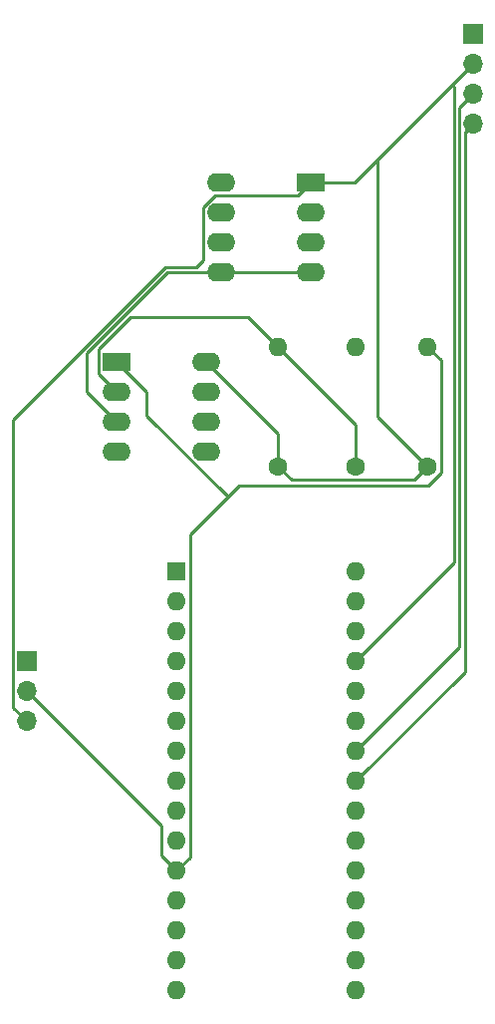
<source format=gbr>
%TF.GenerationSoftware,KiCad,Pcbnew,(6.0.0-0)*%
%TF.CreationDate,2022-10-16T11:18:23-07:00*%
%TF.ProjectId,refresh rate reader,72656672-6573-4682-9072-617465207265,rev?*%
%TF.SameCoordinates,Original*%
%TF.FileFunction,Copper,L1,Top*%
%TF.FilePolarity,Positive*%
%FSLAX46Y46*%
G04 Gerber Fmt 4.6, Leading zero omitted, Abs format (unit mm)*
G04 Created by KiCad (PCBNEW (6.0.0-0)) date 2022-10-16 11:18:23*
%MOMM*%
%LPD*%
G01*
G04 APERTURE LIST*
%TA.AperFunction,ComponentPad*%
%ADD10R,1.700000X1.700000*%
%TD*%
%TA.AperFunction,ComponentPad*%
%ADD11O,1.700000X1.700000*%
%TD*%
%TA.AperFunction,ComponentPad*%
%ADD12C,1.600000*%
%TD*%
%TA.AperFunction,ComponentPad*%
%ADD13O,1.600000X1.600000*%
%TD*%
%TA.AperFunction,ComponentPad*%
%ADD14R,2.400000X1.600000*%
%TD*%
%TA.AperFunction,ComponentPad*%
%ADD15O,2.400000X1.600000*%
%TD*%
%TA.AperFunction,ComponentPad*%
%ADD16R,1.600000X1.600000*%
%TD*%
%TA.AperFunction,Conductor*%
%ADD17C,0.250000*%
%TD*%
G04 APERTURE END LIST*
D10*
%TO.P,J1,1,Pin_1*%
%TO.N,GND*%
X164935000Y-64885000D03*
D11*
%TO.P,J1,2,Pin_2*%
%TO.N,+5V*%
X164935000Y-67425000D03*
%TO.P,J1,3,Pin_3*%
%TO.N,/SCK*%
X164935000Y-69965000D03*
%TO.P,J1,4,Pin_4*%
%TO.N,/SDA*%
X164935000Y-72505000D03*
%TD*%
D12*
%TO.P,R2,1*%
%TO.N,Net-(R1-Pad2)*%
X154940000Y-101600000D03*
D13*
%TO.P,R2,2*%
%TO.N,GND*%
X154940000Y-91440000D03*
%TD*%
D12*
%TO.P,R3,1*%
%TO.N,+5V*%
X161050000Y-101600000D03*
D13*
%TO.P,R3,2*%
%TO.N,OPT_OUT*%
X161050000Y-91440000D03*
%TD*%
D11*
%TO.P,J2,3,Pin_3*%
%TO.N,+5V*%
X127000000Y-123224169D03*
%TO.P,J2,2,Pin_2*%
%TO.N,OPT_OUT*%
X127000000Y-120684169D03*
D10*
%TO.P,J2,1,Pin_1*%
%TO.N,GND*%
X127000000Y-118144169D03*
%TD*%
D14*
%TO.P,U2,1*%
%TO.N,OPT_OUT*%
X134620000Y-92720000D03*
D15*
%TO.P,U2,2,-*%
%TO.N,Net-(R1-Pad2)*%
X134620000Y-95260000D03*
%TO.P,U2,3,+*%
%TO.N,Net-(U1-Pad4)*%
X134620000Y-97800000D03*
%TO.P,U2,4,V-*%
%TO.N,GND*%
X134620000Y-100340000D03*
%TO.P,U2,5*%
%TO.N,N/C*%
X142240000Y-100340000D03*
%TO.P,U2,6*%
X142240000Y-97800000D03*
%TO.P,U2,7*%
X142240000Y-95260000D03*
%TO.P,U2,8,V+*%
%TO.N,+5V*%
X142240000Y-92720000D03*
%TD*%
D16*
%TO.P,A1,1,D1/TX*%
%TO.N,unconnected-(A1-Pad1)*%
X139710000Y-110490000D03*
D13*
%TO.P,A1,2,D0/RX*%
%TO.N,unconnected-(A1-Pad2)*%
X139710000Y-113030000D03*
%TO.P,A1,3,~{RESET}*%
%TO.N,unconnected-(A1-Pad3)*%
X139710000Y-115570000D03*
%TO.P,A1,4,GND*%
%TO.N,GND*%
X139710000Y-118110000D03*
%TO.P,A1,5,D2*%
%TO.N,unconnected-(A1-Pad5)*%
X139710000Y-120650000D03*
%TO.P,A1,6,D3*%
%TO.N,unconnected-(A1-Pad6)*%
X139710000Y-123190000D03*
%TO.P,A1,7,D4*%
%TO.N,unconnected-(A1-Pad7)*%
X139710000Y-125730000D03*
%TO.P,A1,8,D5*%
%TO.N,unconnected-(A1-Pad8)*%
X139710000Y-128270000D03*
%TO.P,A1,9,D6*%
%TO.N,unconnected-(A1-Pad9)*%
X139710000Y-130810000D03*
%TO.P,A1,10,D7*%
%TO.N,unconnected-(A1-Pad10)*%
X139710000Y-133350000D03*
%TO.P,A1,11,D8*%
%TO.N,OPT_OUT*%
X139710000Y-135890000D03*
%TO.P,A1,12,D9*%
%TO.N,unconnected-(A1-Pad12)*%
X139710000Y-138430000D03*
%TO.P,A1,13,D10*%
%TO.N,unconnected-(A1-Pad13)*%
X139710000Y-140970000D03*
%TO.P,A1,14,D11*%
%TO.N,unconnected-(A1-Pad14)*%
X139710000Y-143510000D03*
%TO.P,A1,15,D12*%
%TO.N,unconnected-(A1-Pad15)*%
X139710000Y-146050000D03*
%TO.P,A1,16,D13*%
%TO.N,unconnected-(A1-Pad16)*%
X154950000Y-146050000D03*
%TO.P,A1,17,3V3*%
%TO.N,unconnected-(A1-Pad17)*%
X154950000Y-143510000D03*
%TO.P,A1,18,AREF*%
%TO.N,unconnected-(A1-Pad18)*%
X154950000Y-140970000D03*
%TO.P,A1,19,A0*%
%TO.N,unconnected-(A1-Pad19)*%
X154950000Y-138430000D03*
%TO.P,A1,20,A1*%
%TO.N,unconnected-(A1-Pad20)*%
X154950000Y-135890000D03*
%TO.P,A1,21,A2*%
%TO.N,unconnected-(A1-Pad21)*%
X154950000Y-133350000D03*
%TO.P,A1,22,A3*%
%TO.N,unconnected-(A1-Pad22)*%
X154950000Y-130810000D03*
%TO.P,A1,23,A4*%
%TO.N,/SDA*%
X154950000Y-128270000D03*
%TO.P,A1,24,A5*%
%TO.N,/SCK*%
X154950000Y-125730000D03*
%TO.P,A1,25,A6*%
%TO.N,unconnected-(A1-Pad25)*%
X154950000Y-123190000D03*
%TO.P,A1,26,A7*%
%TO.N,unconnected-(A1-Pad26)*%
X154950000Y-120650000D03*
%TO.P,A1,27,+5V*%
%TO.N,+5V*%
X154950000Y-118110000D03*
%TO.P,A1,28,~{RESET}*%
%TO.N,unconnected-(A1-Pad28)*%
X154950000Y-115570000D03*
%TO.P,A1,29,GND*%
%TO.N,GND*%
X154950000Y-113030000D03*
%TO.P,A1,30,VIN*%
%TO.N,unconnected-(A1-Pad30)*%
X154950000Y-110490000D03*
%TD*%
D12*
%TO.P,R1,1*%
%TO.N,+5V*%
X148350000Y-101600000D03*
D13*
%TO.P,R1,2*%
%TO.N,Net-(R1-Pad2)*%
X148350000Y-91440000D03*
%TD*%
D14*
%TO.P,U1,1,1*%
%TO.N,+5V*%
X151145000Y-77480000D03*
D15*
%TO.P,U1,2,2*%
%TO.N,unconnected-(U1-Pad2)*%
X151145000Y-80020000D03*
%TO.P,U1,3,3*%
%TO.N,GND*%
X151145000Y-82560000D03*
%TO.P,U1,4,4*%
%TO.N,Net-(U1-Pad4)*%
X151145000Y-85100000D03*
%TO.P,U1,5,5*%
X143525000Y-85100000D03*
%TO.P,U1,6*%
%TO.N,N/C*%
X143525000Y-82560000D03*
%TO.P,U1,7*%
X143525000Y-80020000D03*
%TO.P,U1,8,8*%
%TO.N,GND*%
X143525000Y-77480000D03*
%TD*%
D17*
%TO.N,OPT_OUT*%
X138430000Y-132114169D02*
X127000000Y-120684169D01*
%TO.N,+5V*%
X151145000Y-77480000D02*
X150020480Y-78604520D01*
X125825489Y-97594054D02*
X125825489Y-122049658D01*
X150020480Y-78604520D02*
X142950169Y-78604520D01*
X142000480Y-84059520D02*
X141409520Y-84650480D01*
X141409520Y-84650480D02*
X138769063Y-84650480D01*
X142950169Y-78604520D02*
X142000480Y-79554209D01*
X138769063Y-84650480D02*
X125825489Y-97594054D01*
X142000480Y-79554209D02*
X142000480Y-84059520D01*
X125825489Y-122049658D02*
X127000000Y-123224169D01*
%TO.N,Net-(U1-Pad4)*%
X134620000Y-97800000D02*
X132080000Y-95260000D01*
X132080000Y-95260000D02*
X132080000Y-91975261D01*
X132080000Y-91975261D02*
X138955261Y-85100000D01*
X138955261Y-85100000D02*
X143525000Y-85100000D01*
%TO.N,Net-(R1-Pad2)*%
X134620000Y-95260000D02*
X133095489Y-93735489D01*
X133095489Y-93735489D02*
X133095489Y-91595489D01*
X133095489Y-91595489D02*
X135790978Y-88900000D01*
X135790978Y-88900000D02*
X145810000Y-88900000D01*
X145810000Y-88900000D02*
X148350000Y-91440000D01*
%TO.N,OPT_OUT*%
X161050000Y-91440000D02*
X162174511Y-92564511D01*
X162174511Y-92564511D02*
X162174511Y-102065789D01*
X162174511Y-102065789D02*
X161066269Y-103174031D01*
X161066269Y-103174031D02*
X145015658Y-103174031D01*
X145015658Y-103174031D02*
X144049689Y-104140000D01*
%TO.N,+5V*%
X154950000Y-118110000D02*
X163310969Y-109749031D01*
X163310969Y-69330969D02*
X163170000Y-69190000D01*
X163310969Y-109749031D02*
X163310969Y-69330969D01*
%TO.N,/SDA*%
X164935000Y-72505000D02*
X164210009Y-73229991D01*
X164210009Y-73229991D02*
X164210009Y-119009991D01*
X164210009Y-119009991D02*
X154950000Y-128270000D01*
%TO.N,OPT_OUT*%
X138430000Y-132114169D02*
X138430000Y-134610000D01*
X138430000Y-134610000D02*
X139710000Y-135890000D01*
%TO.N,/SCK*%
X163760489Y-71139511D02*
X163760489Y-116919511D01*
X164935000Y-69965000D02*
X163760489Y-71139511D01*
X163760489Y-116919511D02*
X154950000Y-125730000D01*
%TO.N,+5V*%
X156820000Y-75540000D02*
X154880000Y-77480000D01*
X154880000Y-77480000D02*
X151145000Y-77480000D01*
X156820000Y-75540000D02*
X156820000Y-97370000D01*
X156820000Y-97370000D02*
X161050000Y-101600000D01*
X164935000Y-67425000D02*
X163170000Y-69190000D01*
X142240000Y-92720000D02*
X148350000Y-98830000D01*
X148350000Y-98830000D02*
X148350000Y-101600000D01*
X148350000Y-101600000D02*
X149474511Y-102724511D01*
X149474511Y-102724511D02*
X159925489Y-102724511D01*
X159925489Y-102724511D02*
X161050000Y-101600000D01*
X163170000Y-69190000D02*
X156820000Y-75540000D01*
%TO.N,Net-(U1-Pad4)*%
X143525000Y-85100000D02*
X151145000Y-85100000D01*
%TO.N,Net-(R1-Pad2)*%
X154940000Y-101600000D02*
X154940000Y-98030000D01*
X154940000Y-98030000D02*
X148350000Y-91440000D01*
%TO.N,OPT_OUT*%
X144049689Y-104140000D02*
X137160000Y-97250311D01*
X140834511Y-107355178D02*
X144049689Y-104140000D01*
X137160000Y-97250311D02*
X137160000Y-95260000D01*
X140834511Y-134765489D02*
X140834511Y-107355178D01*
X139710000Y-135890000D02*
X140834511Y-134765489D01*
X137160000Y-95260000D02*
X134620000Y-92720000D01*
%TD*%
M02*

</source>
